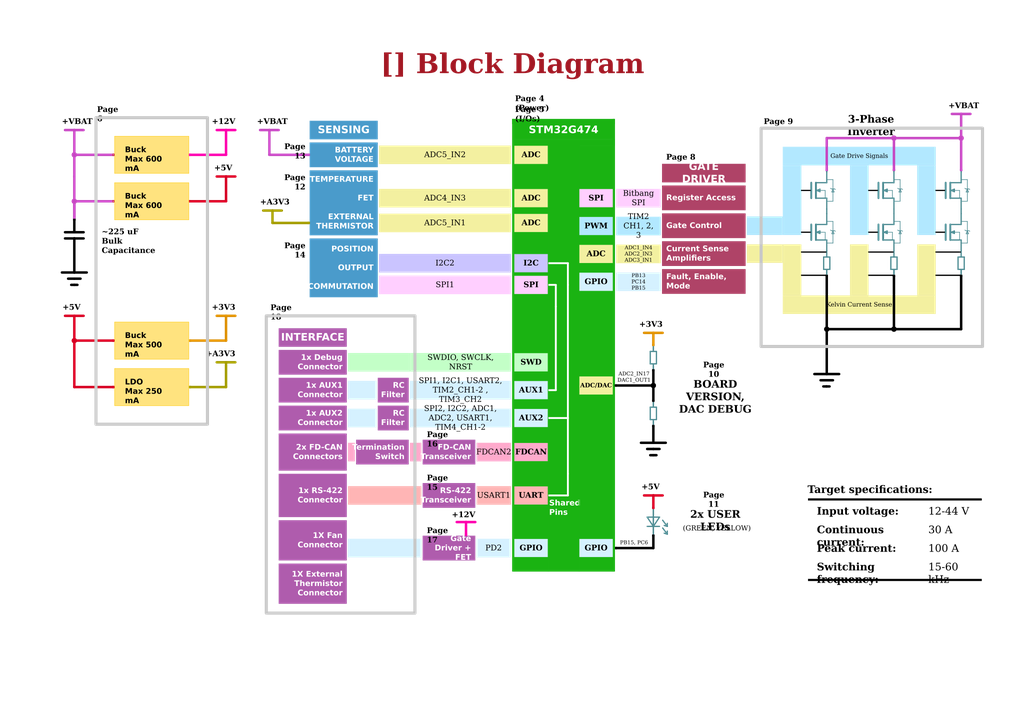
<source format=kicad_sch>
(kicad_sch (version 20231120) (generator "eeschema") (generator_version "8.0")
  (paper "A3")
  (title_block (title "Block Diagram") (date "2024-04-13") (rev "${REVISION}") (company "${COMPANY}"))
  (polyline (pts (xy 363.855 77.597) (xy 362.585 78.105)) (stroke (width 0.508) (color 74 138 145 1)))
  (polyline (pts (xy 191.135 214.122) (xy 191.135 219.202)) (stroke (width 1.016) (color 255 0 171 1)))
  (polyline (pts (xy 365.379 110.49) (xy 367.919 110.49)) (stroke (width 0.508) (color 74 138 145 1)))
  (polyline (pts (xy 389.763 98.425) (xy 389.763 92.075)) (stroke (width 0.762) (color 74 138 145 1)))
  (polyline (pts (xy 338.455 95.25) (xy 338.455 98.425)) (stroke (width 0.254) (color 74 138 145 1)))
  (polyline (pts (xy 392.938 105.41) (xy 392.938 110.49)) (stroke (width 0.508) (color 74 138 145 1)))
  (polyline (pts (xy 267.97 224.79) (xy 267.97 219.71)) (stroke (width 1.016) (color 0 0 0 1)))
  (polyline (pts (xy 334.01 153.416) (xy 339.09 153.416)) (stroke (width 1.016) (color 0 0 0 1)))
  (polyline (pts (xy 273.685 219.075) (xy 273.685 217.805)) (stroke (width 0.508) (color 74 138 145 1)))
  (polyline (pts (xy 394.208 90.805) (xy 396.748 90.805)) (stroke (width 0.254) (color 74 138 145 1)))
  (polyline (pts (xy 266.7 149.225) (xy 269.24 149.225)) (stroke (width 0.508) (color 74 138 145 1)))
  (polyline (pts (xy 363.855 77.597) (xy 363.855 78.613)) (stroke (width 0.508) (color 74 138 145 1)))
  (polyline (pts (xy 395.478 105.41) (xy 395.478 110.49)) (stroke (width 0.508) (color 74 138 145 1)))
  (polyline (pts (xy 92.71 72.39) (xy 88.9 72.39)) (stroke (width 1.016) (color 212 0 32 1)))
  (polyline (pts (xy 267.97 164.338) (xy 267.97 158.115)) (stroke (width 1.016) (color 0 0 0 1)))
  (polyline (pts (xy 110.49 53.34) (xy 114.3 53.34)) (stroke (width 1.016) (color 198 71 194 1)))
  (polyline (pts (xy 340.995 94.615) (xy 342.265 94.615)) (stroke (width 0.254) (color 74 138 145 1)))
  (polyline (pts (xy 77.978 63.5) (xy 92.71 63.5)) (stroke (width 1.016) (color 255 0 171 1)))
  (polyline (pts (xy 340.614 77.216) (xy 340.995 77.47)) (stroke (width 0.254) (color 74 138 145 1)))
  (polyline (pts (xy 30.48 139.7) (xy 46.482 139.7)) (stroke (width 1.016) (color 212 0 32 1)))
  (polyline (pts (xy 366.649 98.425) (xy 362.204 98.425)) (stroke (width 0.508) (color 74 138 145 1)))
  (polyline (pts (xy 126.492 91.44) (xy 111.76 91.44)) (stroke (width 1.016) (color 162 155 0 1)))
  (polyline (pts (xy 30.48 111.76) (xy 35.56 111.76)) (stroke (width 1.016) (color 0 0 0 1)))
  (polyline (pts (xy 271.78 216.535) (xy 273.685 219.075)) (stroke (width 0.508) (color 74 138 145 1)))
  (polyline (pts (xy 336.296 94.742) (xy 335.026 95.25)) (stroke (width 0.508) (color 74 138 145 1)))
  (polyline (pts (xy 394.208 113.284) (xy 394.208 135.001)) (stroke (width 1.016) (color 0 0 0 1)))
  (polyline (pts (xy 126.492 63.5) (xy 110.49 63.5)) (stroke (width 1.016) (color 198 71 194 1)))
  (polyline (pts (xy 30.48 158.75) (xy 46.482 158.75)) (stroke (width 1.016) (color 212 0 32 1)))
  (polyline (pts (xy 339.09 155.956) (xy 336.55 155.956)) (stroke (width 1.016) (color 0 0 0 1)))
  (polyline (pts (xy 266.7 172.085) (xy 269.24 172.085)) (stroke (width 0.508) (color 74 138 145 1)))
  (polyline (pts (xy 397.256 78.74) (xy 396.748 77.47)) (stroke (width 0.254) (color 74 138 145 1)))
  (polyline (pts (xy 366.649 102.87) (xy 366.649 105.41)) (stroke (width 0.508) (color 74 138 145 1)))
  (polyline (pts (xy 341.63 155.956) (xy 339.09 155.956)) (stroke (width 1.016) (color 0 0 0 1)))
  (polyline (pts (xy 92.71 53.34) (xy 88.9 53.34)) (stroke (width 1.016) (color 255 0 171 1)))
  (polyline (pts (xy 396.113 77.47) (xy 397.383 77.47)) (stroke (width 0.254) (color 74 138 145 1)))
  (polyline (pts (xy 266.7 144.145) (xy 269.24 144.145)) (stroke (width 0.508) (color 74 138 145 1)))
  (polyline (pts (xy 30.48 97.79) (xy 26.67 97.79)) (stroke (width 1.016) (color 0 0 0 1)))
  (polyline (pts (xy 336.296 77.597) (xy 336.296 78.613)) (stroke (width 0.508) (color 74 138 145 1)))
  (polyline (pts (xy 366.014 95.25) (xy 366.014 98.425)) (stroke (width 0.254) (color 74 138 145 1)))
  (polyline (pts (xy 30.48 53.34) (xy 30.48 63.5)) (stroke (width 1.016) (color 198 71 194 1)))
  (polyline (pts (xy 106.68 53.34) (xy 110.49 53.34)) (stroke (width 1.016) (color 198 71 194 1)))
  (polyline (pts (xy 334.645 98.425) (xy 334.645 92.075)) (stroke (width 0.762) (color 74 138 145 1)))
  (polyline (pts (xy 267.97 184.15) (xy 265.43 184.15)) (stroke (width 1.016) (color 0 0 0 1)))
  (polyline (pts (xy 390.144 95.25) (xy 391.414 95.758)) (stroke (width 0.508) (color 74 138 145 1)))
  (polyline (pts (xy 366.649 87.63) (xy 366.649 92.075)) (stroke (width 0.508) (color 74 138 145 1)))
  (polyline (pts (xy 341.63 90.805) (xy 341.63 99.695)) (stroke (width 0.254) (color 74 138 145 1)))
  (polyline (pts (xy 252.73 224.79) (xy 267.97 224.79)) (stroke (width 1.016) (color 0 0 0 1)))
  (polyline (pts (xy 369.697 78.74) (xy 369.189 77.47)) (stroke (width 0.254) (color 74 138 145 1)))
  (polyline (pts (xy 396.748 73.66) (xy 396.748 82.55)) (stroke (width 0.254) (color 74 138 145 1)))
  (polyline (pts (xy 338.455 78.105) (xy 334.645 78.105)) (stroke (width 0.254) (color 74 138 145 1)))
  (polyline (pts (xy 92.71 148.59) (xy 92.71 158.75)) (stroke (width 1.016) (color 162 155 0 1)))
  (polyline (pts (xy 269.24 144.145) (xy 269.24 149.225)) (stroke (width 0.508) (color 74 138 145 1)))
  (polyline (pts (xy 366.649 56.642) (xy 394.208 56.642)) (stroke (width 1.016) (color 198 71 194 1)))
  (polyline (pts (xy 395.732 94.361) (xy 396.113 94.615)) (stroke (width 0.254) (color 74 138 145 1)))
  (polyline (pts (xy 340.233 158.496) (xy 338.963 158.496)) (stroke (width 1.016) (color 0 0 0 1)))
  (polyline (pts (xy 96.52 148.59) (xy 92.71 148.59)) (stroke (width 1.016) (color 162 155 0 1)))
  (polyline (pts (xy 266.7 167.005) (xy 266.7 172.085)) (stroke (width 0.508) (color 74 138 145 1)))
  (polyline (pts (xy 393.573 78.105) (xy 389.763 78.105)) (stroke (width 0.254) (color 74 138 145 1)))
  (polyline (pts (xy 339.09 73.66) (xy 341.63 73.66)) (stroke (width 0.254) (color 74 138 145 1)))
  (polyline (pts (xy 342.138 95.885) (xy 341.122 95.885)) (stroke (width 0.254) (color 74 138 145 1)))
  (polyline (pts (xy 270.51 184.15) (xy 267.97 184.15)) (stroke (width 1.016) (color 0 0 0 1)))
  (polyline (pts (xy 368.554 94.615) (xy 369.824 94.615)) (stroke (width 0.254) (color 74 138 145 1)))
  (polyline (pts (xy 365.379 105.41) (xy 367.919 105.41)) (stroke (width 0.508) (color 74 138 145 1)))
  (polyline (pts (xy 339.09 81.28) (xy 339.09 85.725)) (stroke (width 0.508) (color 74 138 145 1)))
  (polyline (pts (xy 92.71 72.39) (xy 92.71 82.55)) (stroke (width 1.016) (color 212 0 32 1)))
  (polyline (pts (xy 262.89 181.61) (xy 267.97 181.61)) (stroke (width 1.016) (color 0 0 0 1)))
  (polyline (pts (xy 267.97 136.525) (xy 264.16 136.525)) (stroke (width 1.016) (color 220 142 0 1)))
  (polyline (pts (xy 363.855 94.742) (xy 362.585 95.25)) (stroke (width 0.508) (color 74 138 145 1)))
  (polyline (pts (xy 369.189 94.615) (xy 368.681 95.885)) (stroke (width 0.254) (color 74 138 145 1)))
  (polyline (pts (xy 111.76 86.36) (xy 115.57 86.36)) (stroke (width 1.016) (color 162 155 0 1)))
  (polyline (pts (xy 266.7 167.005) (xy 269.24 167.005)) (stroke (width 0.508) (color 74 138 145 1)))
  (polyline (pts (xy 368.173 94.361) (xy 368.554 94.615)) (stroke (width 0.254) (color 74 138 145 1)))
  (polyline (pts (xy 394.208 102.87) (xy 394.208 105.41)) (stroke (width 0.508) (color 74 138 145 1)))
  (polyline (pts (xy 397.256 95.885) (xy 396.24 95.885)) (stroke (width 0.254) (color 74 138 145 1)))
  (polyline (pts (xy 365.379 105.41) (xy 365.379 110.49)) (stroke (width 0.508) (color 74 138 145 1)))
  (polyline (pts (xy 396.113 94.615) (xy 397.383 94.615)) (stroke (width 0.254) (color 74 138 145 1)))
  (polyline (pts (xy 366.649 113.284) (xy 366.649 134.874)) (stroke (width 1.016) (color 0 0 0 1)))
  (polyline (pts (xy 31.75 116.84) (xy 30.48 116.84)) (stroke (width 1.016) (color 0 0 0 1)))
  (polyline (pts (xy 393.573 95.25) (xy 389.763 95.25)) (stroke (width 0.254) (color 74 138 145 1)))
  (polyline (pts (xy 336.296 77.597) (xy 335.026 78.105)) (stroke (width 0.508) (color 74 138 145 1)))
  (polyline (pts (xy 366.649 81.28) (xy 366.649 85.725)) (stroke (width 0.508) (color 74 138 145 1)))
  (polyline (pts (xy 265.43 215.9) (xy 270.51 215.9)) (stroke (width 0.508) (color 74 138 145 1)))
  (polyline (pts (xy 366.649 81.28) (xy 362.204 81.28)) (stroke (width 0.508) (color 74 138 145 1)))
  (polyline (pts (xy 370.205 77.724) (xy 369.824 77.47)) (stroke (width 0.254) (color 74 138 145 1)))
  (polyline (pts (xy 267.97 203.2) (xy 264.16 203.2)) (stroke (width 1.016) (color 212 0 32 1)))
  (polyline (pts (xy 366.649 82.55) (xy 369.189 82.55)) (stroke (width 0.254) (color 74 138 145 1)))
  (polyline (pts (xy 396.748 90.805) (xy 396.748 99.695)) (stroke (width 0.254) (color 74 138 145 1)))
  (polyline (pts (xy 339.09 102.87) (xy 339.09 105.41)) (stroke (width 0.508) (color 74 138 145 1)))
  (polyline (pts (xy 267.97 180.975) (xy 267.97 174.752)) (stroke (width 1.016) (color 0 0 0 1)))
  (polyline (pts (xy 273.685 219.075) (xy 272.415 218.694)) (stroke (width 0.508) (color 74 138 145 1)))
  (polyline (pts (xy 396.748 77.47) (xy 396.24 78.74)) (stroke (width 0.254) (color 74 138 145 1)))
  (polyline (pts (xy 30.48 72.39) (xy 30.48 82.55)) (stroke (width 1.016) (color 198 71 194 1)))
  (polyline (pts (xy 342.138 95.885) (xy 341.63 94.615)) (stroke (width 0.254) (color 74 138 145 1)))
  (polyline (pts (xy 96.52 53.34) (xy 92.71 53.34)) (stroke (width 1.016) (color 255 0 171 1)))
  (polyline (pts (xy 392.938 110.49) (xy 395.478 110.49)) (stroke (width 0.508) (color 74 138 145 1)))
  (polyline (pts (xy 25.4 111.76) (xy 30.48 111.76)) (stroke (width 1.016) (color 0 0 0 1)))
  (polyline (pts (xy 34.29 129.54) (xy 30.48 129.54)) (stroke (width 1.016) (color 212 0 32 1)))
  (polyline (pts (xy 271.78 136.525) (xy 267.97 136.525)) (stroke (width 1.016) (color 220 142 0 1)))
  (polyline (pts (xy 30.48 63.5) (xy 30.48 72.39)) (stroke (width 1.016) (color 198 71 194 1)))
  (polyline (pts (xy 334.645 81.28) (xy 334.645 74.93)) (stroke (width 0.762) (color 74 138 145 1)))
  (polyline (pts (xy 92.71 129.54) (xy 88.9 129.54)) (stroke (width 1.016) (color 220 142 0 1)))
  (polyline (pts (xy 194.945 214.122) (xy 191.135 214.122)) (stroke (width 1.016) (color 255 0 171 1)))
  (polyline (pts (xy 46.482 82.55) (xy 30.48 82.55)) (stroke (width 1.016) (color 198 71 194 1)))
  (polyline (pts (xy 389.763 81.28) (xy 389.763 74.93)) (stroke (width 0.762) (color 74 138 145 1)))
  (polyline (pts (xy 366.014 78.105) (xy 366.014 81.28)) (stroke (width 0.254) (color 74 138 145 1)))
  (polyline (pts (xy 366.649 90.805) (xy 369.189 90.805)) (stroke (width 0.254) (color 74 138 145 1)))
  (polyline (pts (xy 397.764 94.869) (xy 397.383 94.615)) (stroke (width 0.254) (color 74 138 145 1)))
  (polyline (pts (xy 394.208 98.425) (xy 389.763 98.425)) (stroke (width 0.508) (color 74 138 145 1)))
  (polyline (pts (xy 267.97 141.478) (xy 267.97 136.525)) (stroke (width 1.016) (color 220 142 0 1)))
  (polyline (pts (xy 394.208 82.55) (xy 396.748 82.55)) (stroke (width 0.254) (color 74 138 145 1)))
  (polyline (pts (xy 395.732 77.216) (xy 396.113 77.47)) (stroke (width 0.254) (color 74 138 145 1)))
  (polyline (pts (xy 394.208 98.425) (xy 394.208 102.87)) (stroke (width 0.508) (color 74 138 145 1)))
  (polyline (pts (xy 340.36 105.41) (xy 340.36 110.49)) (stroke (width 0.508) (color 74 138 145 1)))
  (polyline (pts (xy 339.09 98.425) (xy 339.09 102.87)) (stroke (width 0.508) (color 74 138 145 1)))
  (polyline (pts (xy 391.414 94.742) (xy 391.414 95.758)) (stroke (width 0.508) (color 74 138 145 1)))
  (polyline (pts (xy 232.918 194.31) (xy 232.918 203.2)) (stroke (width 0.762) (color 255 255 255 1)))
  (polyline (pts (xy 394.208 99.695) (xy 396.748 99.695)) (stroke (width 0.254) (color 74 138 145 1)))
  (polyline (pts (xy 332.74 81.28) (xy 332.74 74.93)) (stroke (width 0.762) (color 74 138 145 1)))
  (polyline (pts (xy 368.173 77.216) (xy 368.554 77.47)) (stroke (width 0.254) (color 74 138 145 1)))
  (polyline (pts (xy 232.918 171.45) (xy 232.918 116.84)) (stroke (width 0.762) (color 255 255 255 1)))
  (polyline (pts (xy 341.63 77.47) (xy 341.122 78.74)) (stroke (width 0.254) (color 74 138 145 1)))
  (polyline (pts (xy 269.24 186.69) (xy 267.97 186.69)) (stroke (width 1.016) (color 0 0 0 1)))
  (polyline (pts (xy 337.82 110.49) (xy 340.36 110.49)) (stroke (width 0.508) (color 74 138 145 1)))
  (polyline (pts (xy 338.455 95.25) (xy 334.645 95.25)) (stroke (width 0.254) (color 74 138 145 1)))
  (polyline (pts (xy 397.256 78.74) (xy 396.24 78.74)) (stroke (width 0.254) (color 74 138 145 1)))
  (polyline (pts (xy 342.646 94.869) (xy 342.265 94.615)) (stroke (width 0.254) (color 74 138 145 1)))
  (polyline (pts (xy 92.71 148.59) (xy 88.9 148.59)) (stroke (width 1.016) (color 162 155 0 1)))
  (polyline (pts (xy 339.09 85.725) (xy 339.09 87.63)) (stroke (width 0.508) (color 74 138 145 1)))
  (polyline (pts (xy 342.646 77.724) (xy 342.265 77.47)) (stroke (width 0.254) (color 74 138 145 1)))
  (polyline (pts (xy 362.585 78.105) (xy 363.855 78.613)) (stroke (width 0.508) (color 74 138 145 1)))
  (polyline (pts (xy 387.858 98.425) (xy 387.858 92.075)) (stroke (width 0.762) (color 74 138 145 1)))
  (polyline (pts (xy 46.482 63.5) (xy 30.48 63.5)) (stroke (width 1.016) (color 198 71 194 1)))
  (polyline (pts (xy 342.138 78.74) (xy 341.122 78.74)) (stroke (width 0.254) (color 74 138 145 1)))
  (polyline (pts (xy 339.09 153.416) (xy 344.17 153.416)) (stroke (width 1.016) (color 0 0 0 1)))
  (polyline (pts (xy 96.52 129.54) (xy 92.71 129.54)) (stroke (width 1.016) (color 220 142 0 1)))
  (polyline (pts (xy 394.208 92.075) (xy 389.763 92.075)) (stroke (width 0.508) (color 74 138 145 1)))
  (polyline (pts (xy 396.748 94.615) (xy 396.24 95.885)) (stroke (width 0.254) (color 74 138 145 1)))
  (polyline (pts (xy 394.208 85.725) (xy 394.208 87.63)) (stroke (width 0.508) (color 74 138 145 1)))
  (polyline (pts (xy 391.414 94.742) (xy 390.144 95.25)) (stroke (width 0.508) (color 74 138 145 1)))
  (polyline (pts (xy 397.764 77.724) (xy 397.383 77.47)) (stroke (width 0.254) (color 74 138 145 1)))
  (polyline (pts (xy 92.71 129.54) (xy 92.71 139.7)) (stroke (width 1.016) (color 220 142 0 1)))
  (polyline (pts (xy 232.918 194.31) (xy 232.918 171.45)) (stroke (width 0.762) (color 255 255 255 1)))
  (polyline (pts (xy 26.67 53.34) (xy 30.48 53.34)) (stroke (width 1.016) (color 198 71 194 1)))
  (polyline (pts (xy 394.208 57.023) (xy 394.208 69.723)) (stroke (width 1.016) (color 198 71 194 1)))
  (polyline (pts (xy 339.09 56.642) (xy 339.09 69.723)) (stroke (width 1.016) (color 198 71 194 1)))
  (polyline (pts (xy 252.73 158.115) (xy 267.97 158.115)) (stroke (width 1.016) (color 0 0 0 1)))
  (polyline (pts (xy 369.697 95.885) (xy 369.189 94.615)) (stroke (width 0.254) (color 74 138 145 1)))
  (polyline (pts (xy 225.044 160.02) (xy 227.965 160.02)) (stroke (width 0.762) (color 255 255 255 1)))
  (polyline (pts (xy 225.044 107.95) (xy 232.918 107.95)) (stroke (width 0.762) (color 255 255 255 1)))
  (polyline (pts (xy 340.614 94.361) (xy 340.995 94.615)) (stroke (width 0.254) (color 74 138 145 1)))
  (polyline (pts (xy 267.97 215.9) (xy 270.51 212.09)) (stroke (width 0.508) (color 74 138 145 1)))
  (polyline (pts (xy 339.09 99.695) (xy 341.63 99.695)) (stroke (width 0.254) (color 74 138 145 1)))
  (polyline (pts (xy 339.09 113.284) (xy 339.09 135.001)) (stroke (width 1.016) (color 0 0 0 1)))
  (polyline (pts (xy 394.208 46.736) (xy 398.018 46.736)) (stroke (width 1.016) (color 198 71 194 1)))
  (polyline (pts (xy 225.044 116.84) (xy 227.965 116.84)) (stroke (width 0.762) (color 255 255 255 1)))
  (polyline (pts (xy 339.09 74.93) (xy 334.645 74.93)) (stroke (width 0.508) (color 74 138 145 1)))
  (polyline (pts (xy 30.48 53.34) (xy 34.29 53.34)) (stroke (width 1.016) (color 198 71 194 1)))
  (polyline (pts (xy 30.48 97.79) (xy 30.48 111.76)) (stroke (width 1.016) (color 0 0 0 1)))
  (polyline (pts (xy 338.455 78.105) (xy 338.455 81.28)) (stroke (width 0.254) (color 74 138 145 1)))
  (polyline (pts (xy 30.48 95.25) (xy 26.67 95.25)) (stroke (width 1.016) (color 0 0 0 1)))
  (polyline (pts (xy 332.74 98.425) (xy 332.74 92.075)) (stroke (width 0.762) (color 74 138 145 1)))
  (polyline (pts (xy 30.48 139.7) (xy 30.48 158.75)) (stroke (width 1.016) (color 212 0 32 1)))
  (polyline (pts (xy 338.963 158.496) (xy 337.693 158.496)) (stroke (width 1.016) (color 0 0 0 1)))
  (polyline (pts (xy 368.554 77.47) (xy 369.824 77.47)) (stroke (width 0.254) (color 74 138 145 1)))
  (polyline (pts (xy 363.855 94.742) (xy 363.855 95.758)) (stroke (width 0.508) (color 74 138 145 1)))
  (polyline (pts (xy 394.208 73.66) (xy 396.748 73.66)) (stroke (width 0.254) (color 74 138 145 1)))
  (polyline (pts (xy 362.585 95.25) (xy 363.855 95.758)) (stroke (width 0.508) (color 74 138 145 1)))
  (polyline (pts (xy 265.43 212.09) (xy 270.51 212.09)) (stroke (width 0.508) (color 74 138 145 1)))
  (polyline (pts (xy 110.49 53.34) (xy 110.49 63.5)) (stroke (width 1.016) (color 198 71 194 1)))
  (polyline (pts (xy 391.414 77.597) (xy 391.414 78.613)) (stroke (width 0.508) (color 74 138 145 1)))
  (polyline (pts (xy 30.48 116.84) (xy 29.21 116.84)) (stroke (width 1.016) (color 0 0 0 1)))
  (polyline (pts (xy 394.208 81.28) (xy 389.763 81.28)) (stroke (width 0.508) (color 74 138 145 1)))
  (polyline (pts (xy 34.29 95.25) (xy 30.48 95.25)) (stroke (width 1.016) (color 0 0 0 1)))
  (polyline (pts (xy 92.71 53.34) (xy 92.71 63.5)) (stroke (width 1.016) (color 255 0 171 1)))
  (polyline (pts (xy 387.858 81.28) (xy 387.858 74.93)) (stroke (width 0.762) (color 74 138 145 1)))
  (polyline (pts (xy 339.09 70.485) (xy 339.09 74.93)) (stroke (width 0.508) (color 74 138 145 1)))
  (polyline (pts (xy 342.138 78.74) (xy 341.63 77.47)) (stroke (width 0.254) (color 74 138 145 1)))
  (polyline (pts (xy 34.29 97.79) (xy 30.48 97.79)) (stroke (width 1.016) (color 0 0 0 1)))
  (polyline (pts (xy 96.52 72.39) (xy 92.71 72.39)) (stroke (width 1.016) (color 212 0 32 1)))
  (polyline (pts (xy 339.09 135.001) (xy 394.208 135.001)) (stroke (width 1.016) (color 0 0 0 1)))
  (polyline (pts (xy 366.649 56.642) (xy 366.649 69.723)) (stroke (width 1.016) (color 198 71 194 1)))
  (polyline (pts (xy 30.48 129.54) (xy 30.48 139.7)) (stroke (width 1.016) (color 212 0 32 1)))
  (polyline (pts (xy 394.208 70.485) (xy 394.208 74.93)) (stroke (width 0.508) (color 74 138 145 1)))
  (polyline (pts (xy 366.649 92.075) (xy 362.204 92.075)) (stroke (width 0.508) (color 74 138 145 1)))
  (polyline (pts (xy 191.135 214.122) (xy 187.325 214.122)) (stroke (width 1.016) (color 255 0 171 1)))
  (polyline (pts (xy 391.414 77.597) (xy 390.144 78.105)) (stroke (width 0.508) (color 74 138 145 1)))
  (polyline (pts (xy 367.919 105.41) (xy 367.919 110.49)) (stroke (width 0.508) (color 74 138 145 1)))
  (polyline (pts (xy 366.014 95.25) (xy 362.204 95.25)) (stroke (width 0.254) (color 74 138 145 1)))
  (polyline (pts (xy 273.685 215.9) (xy 272.415 215.519)) (stroke (width 0.508) (color 74 138 145 1)))
  (polyline (pts (xy 339.09 56.642) (xy 366.649 56.642)) (stroke (width 1.016) (color 198 71 194 1)))
  (polyline (pts (xy 370.205 94.869) (xy 369.824 94.615)) (stroke (width 0.254) (color 74 138 145 1)))
  (polyline (pts (xy 77.978 158.75) (xy 92.71 158.75)) (stroke (width 1.016) (color 162 155 0 1)))
  (polyline (pts (xy 227.965 160.02) (xy 227.965 125.73)) (stroke (width 0.762) (color 255 255 255 1)))
  (polyline (pts (xy 339.09 82.55) (xy 341.63 82.55)) (stroke (width 0.254) (color 74 138 145 1)))
  (polyline (pts (xy 362.204 98.425) (xy 362.204 92.075)) (stroke (width 0.762) (color 74 138 145 1)))
  (polyline (pts (xy 273.685 215.9) (xy 273.685 214.63)) (stroke (width 0.508) (color 74 138 145 1)))
  (polyline (pts (xy 78.105 139.7) (xy 92.71 139.7)) (stroke (width 1.016) (color 220 142 0 1)))
  (polyline (pts (xy 369.189 73.66) (xy 369.189 82.55)) (stroke (width 0.254) (color 74 138 145 1)))
  (polyline (pts (xy 266.7 144.145) (xy 266.7 149.225)) (stroke (width 0.508) (color 74 138 145 1)))
  (polyline (pts (xy 267.97 181.61) (xy 273.05 181.61)) (stroke (width 1.016) (color 0 0 0 1)))
  (polyline (pts (xy 360.299 81.28) (xy 360.299 74.93)) (stroke (width 0.762) (color 74 138 145 1)))
  (polyline (pts (xy 362.204 81.28) (xy 362.204 74.93)) (stroke (width 0.762) (color 74 138 145 1)))
  (polyline (pts (xy 366.649 73.66) (xy 369.189 73.66)) (stroke (width 0.254) (color 74 138 145 1)))
  (polyline (pts (xy 360.299 98.425) (xy 360.299 92.075)) (stroke (width 0.762) (color 74 138 145 1)))
  (polyline (pts (xy 30.48 129.54) (xy 26.67 129.54)) (stroke (width 1.016) (color 212 0 32 1)))
  (polyline (pts (xy 267.97 203.2) (xy 267.97 208.28)) (stroke (width 1.016) (color 212 0 32 1)))
  (polyline (pts (xy 339.09 81.28) (xy 334.645 81.28)) (stroke (width 0.508) (color 74 138 145 1)))
  (polyline (pts (xy 30.48 90.17) (xy 30.48 95.25)) (stroke (width 1.016) (color 0 0 0 1)))
  (polyline (pts (xy 339.09 90.805) (xy 341.63 90.805)) (stroke (width 0.254) (color 74 138 145 1)))
  (polyline (pts (xy 390.144 78.105) (xy 391.414 78.613)) (stroke (width 0.508) (color 74 138 145 1)))
  (polyline (pts (xy 111.76 86.36) (xy 111.76 91.44)) (stroke (width 1.016) (color 162 155 0 1)))
  (polyline (pts (xy 267.97 186.69) (xy 266.7 186.69)) (stroke (width 1.016) (color 0 0 0 1)))
  (polyline (pts (xy 271.78 213.36) (xy 273.685 215.9)) (stroke (width 0.508) (color 74 138 145 1)))
  (polyline (pts (xy 369.697 95.885) (xy 368.681 95.885)) (stroke (width 0.254) (color 74 138 145 1)))
  (polyline (pts (xy 366.649 98.425) (xy 366.649 102.87)) (stroke (width 0.508) (color 74 138 145 1)))
  (polyline (pts (xy 227.965 116.84) (xy 227.965 125.73)) (stroke (width 0.762) (color 255 255 255 1)))
  (polyline (pts (xy 225.044 171.45) (xy 232.918 171.45)) (stroke (width 0.762) (color 255 255 255 1)))
  (polyline (pts (xy 369.189 90.805) (xy 369.189 99.695)) (stroke (width 0.254) (color 74 138 145 1)))
  (polyline (pts (xy 335.026 95.25) (xy 336.296 95.758)) (stroke (width 0.508) (color 74 138 145 1)))
  (polyline (pts (xy 393.573 78.105) (xy 393.573 81.28)) (stroke (width 0.254) (color 74 138 145 1)))
  (polyline (pts (xy 339.09 152.781) (xy 339.09 133.985)) (stroke (width 1.016) (color 0 0 0 1)))
  (polyline (pts (xy 267.97 158.115) (xy 267.97 151.892)) (stroke (width 1.016) (color 0 0 0 1)))
  (polyline (pts (xy 366.014 78.105) (xy 362.204 78.105)) (stroke (width 0.254) (color 74 138 145 1)))
  (polyline (pts (xy 394.208 46.736) (xy 394.208 56.896)) (stroke (width 1.016) (color 198 71 194 1)))
  (polyline (pts (xy 366.649 74.93) (xy 362.204 74.93)) (stroke (width 0.508) (color 74 138 145 1)))
  (polyline (pts (xy 335.026 78.105) (xy 336.296 78.613)) (stroke (width 0.508) (color 74 138 145 1)))
  (polyline (pts (xy 366.649 99.695) (xy 369.189 99.695)) (stroke (width 0.254) (color 74 138 145 1)))
  (polyline (pts (xy 33.02 114.3) (xy 30.48 114.3)) (stroke (width 1.016) (color 0 0 0 1)))
  (polyline (pts (xy 397.256 95.885) (xy 396.748 94.615)) (stroke (width 0.254) (color 74 138 145 1)))
  (polyline (pts (xy 77.978 82.55) (xy 92.71 82.55)) (stroke (width 1.016) (color 212 0 32 1)))
  (polyline (pts (xy 336.296 94.742) (xy 336.296 95.758)) (stroke (width 0.508) (color 74 138 145 1)))
  (polyline (pts (xy 337.82 105.41) (xy 337.82 110.49)) (stroke (width 0.508) (color 74 138 145 1)))
  (polyline (pts (xy 339.09 98.425) (xy 334.645 98.425)) (stroke (width 0.508) (color 74 138 145 1)))
  (polyline (pts (xy 225.044 203.2) (xy 232.918 203.2)) (stroke (width 0.762) (color 255 255 255 1)))
  (polyline (pts (xy 30.48 114.3) (xy 27.94 114.3)) (stroke (width 1.016) (color 0 0 0 1)))
  (polyline (pts (xy 339.09 87.63) (xy 339.09 92.075)) (stroke (width 0.508) (color 74 138 145 1)))
  (polyline (pts (xy 340.995 77.47) (xy 342.265 77.47)) (stroke (width 0.254) (color 74 138 145 1)))
  (polyline (pts (xy 369.189 77.47) (xy 368.681 78.74)) (stroke (width 0.254) (color 74 138 145 1)))
  (polyline (pts (xy 232.918 107.95) (xy 232.918 116.84)) (stroke (width 0.762) (color 255 255 255 1)))
  (polyline (pts (xy 269.24 167.005) (xy 269.24 172.085)) (stroke (width 0.508) (color 74 138 145 1)))
  (polyline (pts (xy 366.649 70.485) (xy 366.649 74.93)) (stroke (width 0.508) (color 74 138 145 1)))
  (polyline (pts (xy 390.398 46.736) (xy 394.208 46.736)) (stroke (width 1.016) (color 198 71 194 1)))
  (polyline (pts (xy 394.208 87.63) (xy 394.208 92.075)) (stroke (width 0.508) (color 74 138 145 1)))
  (polyline (pts (xy 366.649 85.725) (xy 366.649 87.63)) (stroke (width 0.508) (color 74 138 145 1)))
  (polyline (pts (xy 341.63 73.66) (xy 341.63 82.55)) (stroke (width 0.254) (color 74 138 145 1)))
  (polyline (pts (xy 394.208 81.28) (xy 394.208 85.725)) (stroke (width 0.508) (color 74 138 145 1)))
  (polyline (pts (xy 339.09 92.075) (xy 334.645 92.075)) (stroke (width 0.508) (color 74 138 145 1)))
  (polyline (pts (xy 392.938 105.41) (xy 395.478 105.41)) (stroke (width 0.508) (color 74 138 145 1)))
  (polyline (pts (xy 337.82 105.41) (xy 340.36 105.41)) (stroke (width 0.508) (color 74 138 145 1)))
  (polyline (pts (xy 107.95 86.36) (xy 111.76 86.36)) (stroke (width 1.016) (color 162 155 0 1)))
  (polyline (pts (xy 369.697 78.74) (xy 368.681 78.74)) (stroke (width 0.254) (color 74 138 145 1)))
  (polyline (pts (xy 267.97 215.9) (xy 265.43 212.09)) (stroke (width 0.508) (color 74 138 145 1)))
  (polyline (pts (xy 271.78 203.2) (xy 267.97 203.2)) (stroke (width 1.016) (color 212 0 32 1)))
  (polyline (pts (xy 394.208 74.93) (xy 389.763 74.93)) (stroke (width 0.508) (color 74 138 145 1)))
  (polyline (pts (xy 341.63 94.615) (xy 341.122 95.885)) (stroke (width 0.254) (color 74 138 145 1)))
  (polyline (pts (xy 393.573 95.25) (xy 393.573 98.425)) (stroke (width 0.254) (color 74 138 145 1)))
  (circle (center 366.649 135.001) (radius 1.016) (stroke (width 0) (color 0 0 0 1)) (fill (type color) (color 0 0 0 1)))
  (circle (center 366.649 56.642) (radius 1.016) (stroke (width 0) (color 198 71 194 1)) (fill (type color) (color 198 71 194 1)))
  (circle (center 30.48 139.7) (radius 1.016) (stroke (width 0) (color 212 0 32 1)) (fill (type color) (color 212 0 32 1)))
  (circle (center 30.48 82.55) (radius 1.016) (stroke (width 0) (color 198 71 194 1)) (fill (type color) (color 198 71 194 1)))
  (circle (center 267.97 158.115) (radius 1.016) (stroke (width 0) (color 0 0 0 1)) (fill (type color) (color 0 0 0 1)))
  (circle (center 394.208 56.642) (radius 1.016) (stroke (width 0) (color 198 71 194 1)) (fill (type color) (color 198 71 194 1)))
  (circle (center 339.09 135.001) (radius 1.016) (stroke (width 0) (color 0 0 0 1)) (fill (type color) (color 0 0 0 1)))
  (circle (center 30.48 63.5) (radius 1.016) (stroke (width 0) (color 198 71 194 1)) (fill (type color) (color 198 71 194 1)))
  (rectangle (start 77.597 82.169) (end 78.232 82.931) (stroke (width 0.25) (color 212 0 32 1)) (fill (type color) (color 212 0 32 1)))
  (rectangle (start 210.82 120.65) (end 224.79 144.78) (stroke (width 0) (color 26 179 18 1)) (fill (type color) (color 26 179 18 1)))
  (rectangle (start 328.676 112.776) (end 338.836 113.03) (stroke (width 0.25) (color 0 0 0 1)) (fill (type color) (color 0 0 0 1)))
  (rectangle (start 356.235 77.978) (end 359.918 78.232) (stroke (width 0.25) (color 0 0 0 1)) (fill (type color) (color 0 0 0 1)))
  (rectangle (start 393.827 69.469) (end 394.589 70.104) (stroke (width 0.25) (color 198 71 194 1)) (fill (type color) (color 198 71 194 1)))
  (rectangle (start 366.268 69.469) (end 367.03 70.104) (stroke (width 0.25) (color 198 71 194 1)) (fill (type color) (color 198 71 194 1)))
  (rectangle (start 46.228 82.169) (end 46.863 82.931) (stroke (width 0.25) (color 200 50 50 1)) (fill (type color) (color 200 50 50 1)))
  (rectangle (start 328.676 95.123) (end 332.359 95.377) (stroke (width 0.25) (color 0 0 0 1)) (fill (type color) (color 0 0 0 1)))
  (rectangle (start 237.49 96.52) (end 251.46 100.33) (stroke (width 0) (color 26 179 18 1)) (fill (type color) (color 26 179 18 1)))
  (rectangle (start 267.589 208.026) (end 268.351 208.661) (stroke (width 0.25) (color 212 0 32 1)) (fill (type color) (color 212 0 32 1)))
  (rectangle (start 338.709 112.776) (end 339.471 113.411) (stroke (width 0.25) (color 0 0 0 1)) (fill (type color) (color 0 0 0 1)))
  (rectangle (start 267.589 174.371) (end 268.351 175.006) (stroke (width 0.25) (color 0 0 0 1)) (fill (type color) (color 0 0 0 1)))
  (rectangle (start 267.589 141.224) (end 268.351 141.859) (stroke (width 0.25) (color 220 142 0 1)) (fill (type color) (color 220 142 0 1)))
  (rectangle (start 46.99 55.88) (end 77.47 71.12) (stroke (width 0) (color 255 200 0 0.5019607843)) (fill (type color) (color 255 200 0 0.5019607843)))
  (rectangle (start 46.228 139.319) (end 46.863 140.081) (stroke (width 0.25) (color 212 0 32 1)) (fill (type color) (color 212 0 32 1)))
  (rectangle (start 46.228 63.119) (end 46.863 63.881) (stroke (width 0.25) (color 200 50 50 1)) (fill (type color) (color 200 50 50 1)))
  (rectangle (start 46.228 158.369) (end 46.863 159.131) (stroke (width 0.25) (color 212 0 32 1)) (fill (type color) (color 212 0 32 1)))
  (rectangle (start 210.82 95.25) (end 224.79 104.14) (stroke (width 0) (color 26 179 18 1)) (fill (type color) (color 26 179 18 1)))
  (rectangle (start 237.49 119.38) (end 251.46 154.305) (stroke (width 0) (color 26 179 18 1)) (fill (type color) (color 26 179 18 1)))
  (rectangle (start 210.82 111.76) (end 224.79 113.03) (stroke (width 0) (color 26 179 18 1)) (fill (type color) (color 26 179 18 1)))
  (rectangle (start 393.827 112.776) (end 394.589 113.411) (stroke (width 0.25) (color 0 0 0 1)) (fill (type color) (color 0 0 0 1)))
  (rectangle (start 237.49 161.925) (end 251.46 220.98) (stroke (width 0) (color 26 179 18 1)) (fill (type color) (color 26 179 18 1)))
  (rectangle (start 267.716 208.788) (end 268.224 219.202) (stroke (width 0.001) (color 74 138 145 1)) (fill (type color) (color 74 138 145 1)))
  (rectangle (start 267.589 219.329) (end 268.351 219.964) (stroke (width 0.25) (color 0 0 0 1)) (fill (type color) (color 0 0 0 1)))
  (rectangle (start 338.836 110.744) (end 339.344 112.649) (stroke (width 0.001) (color 74 138 145 1)) (fill (type color) (color 74 138 145 1)))
  (rectangle (start 383.794 103.251) (end 393.954 103.505) (stroke (width 0.25) (color 0 0 0 1)) (fill (type color) (color 0 0 0 1)))
  (rectangle (start 210.185 48.895) (end 252.095 50.8) (stroke (width 0.254) (color 26 179 18 1)) (fill (type color) (color 26 179 18 1)))
  (rectangle (start 46.99 151.13) (end 77.47 166.37) (stroke (width 0) (color 255 200 0 0.5019607843)) (fill (type color) (color 255 200 0 0.5019607843)))
  (rectangle (start 393.954 110.744) (end 394.462 112.649) (stroke (width 0.001) (color 74 138 145 1)) (fill (type color) (color 74 138 145 1)))
  (rectangle (start 383.794 95.123) (end 387.477 95.377) (stroke (width 0.25) (color 0 0 0 1)) (fill (type color) (color 0 0 0 1)))
  (rectangle (start 267.716 141.986) (end 268.224 143.891) (stroke (width 0.001) (color 74 138 145 1)) (fill (type color) (color 74 138 145 1)))
  (rectangle (start 126.365 63.119) (end 127 63.881) (stroke (width 0.25) (color 198 71 194 1)) (fill (type color) (color 198 71 194 1)))
  (rectangle (start 356.235 112.776) (end 366.395 113.03) (stroke (width 0.25) (color 0 0 0 1)) (fill (type color) (color 0 0 0 1)))
  (rectangle (start 210.82 152.4) (end 224.79 156.21) (stroke (width 0) (color 26 179 18 1)) (fill (type color) (color 26 179 18 1)))
  (rectangle (start 366.268 112.776) (end 367.03 113.411) (stroke (width 0.25) (color 0 0 0 1)) (fill (type color) (color 0 0 0 1)))
  (rectangle (start 210.82 85.09) (end 224.79 87.63) (stroke (width 0) (color 26 179 18 1)) (fill (type color) (color 26 179 18 1)))
  (rectangle (start 312.166 52.578) (end 402.971 142.113) (stroke (width 1.27) (color 200 200 200 1)))
  (rectangle (start 251.46 48.895) (end 252.095 234.315) (stroke (width 0.254) (color 26 179 18 1)) (fill (type color) (color 26 179 18 1)))
  (rectangle (start 46.99 132.08) (end 77.47 147.32) (stroke (width 0) (color 255 200 0 0.5019607843)) (fill (type color) (color 255 200 0 0.5019607843)))
  (rectangle (start 331.47 237.49) (end 402.59 238.252) (stroke (width 0) (color 0 0 0 1)) (fill (type color) (color 0 0 0 1)))
  (rectangle (start 383.794 77.978) (end 387.477 78.232) (stroke (width 0.25) (color 0 0 0 1)) (fill (type color) (color 0 0 0 1)))
  (rectangle (start 356.235 103.251) (end 366.395 103.505) (stroke (width 0.25) (color 0 0 0 1)) (fill (type color) (color 0 0 0 1)))
  (rectangle (start 210.82 207.01) (end 224.79 220.98) (stroke (width 0) (color 26 179 18 1)) (fill (type color) (color 26 179 18 1)))
  (rectangle (start 46.99 74.93) (end 77.47 90.17) (stroke (width 0) (color 255 200 0 0.5019607843)) (fill (type color) (color 255 200 0 0.5019607843)))
  (rectangle (start 210.82 57.15) (end 252.095 59.69) (stroke (width 0) (color 26 179 18 1)) (fill (type color) (color 26 179 18 1)))
  (rectangle (start 328.676 103.251) (end 338.836 103.505) (stroke (width 0.25) (color 0 0 0 1)) (fill (type color) (color 0 0 0 1)))
  (rectangle (start 394.081 70.231) (end 394.335 70.612) (stroke (width 0.25) (color 74 138 145 1)) (fill (type color) (color 74 138 145 1)))
  (rectangle (start 190.754 219.075) (end 191.516 219.71) (stroke (width 0.25) (color 255 0 171 1)) (fill (type color) (color 255 0 171 1)))
  (rectangle (start 39.37 48.26) (end 85.09 173.99) (stroke (width 1.27) (color 200 200 200 1)))
  (rectangle (start 224.79 59.055) (end 237.49 234.315) (stroke (width 0.254) (color 26 179 18 1)) (fill (type color) (color 26 179 18 1)))
  (rectangle (start 29.972 89.662) (end 30.988 90.424) (stroke (width 0.001) (color 0 0 0 1)) (fill (type color) (color 0 0 0 1)))
  (rectangle (start 383.794 112.776) (end 393.954 113.03) (stroke (width 0.25) (color 0 0 0 1)) (fill (type color) (color 0 0 0 1)))
  (rectangle (start 237.49 107.95) (end 251.46 111.76) (stroke (width 0) (color 26 179 18 1)) (fill (type color) (color 26 179 18 1)))
  (rectangle (start 237.49 85.09) (end 251.46 88.9) (stroke (width 0) (color 26 179 18 1)) (fill (type color) (color 26 179 18 1)))
  (rectangle (start 29.972 82.423) (end 30.988 89.662) (stroke (width 0.001) (color 198 71 194 1)) (fill (type color) (color 198 71 194 1)))
  (rectangle (start 366.395 110.744) (end 366.903 112.649) (stroke (width 0.001) (color 74 138 145 1)) (fill (type color) (color 74 138 145 1)))
  (rectangle (start 267.716 164.846) (end 268.224 166.751) (stroke (width 0.001) (color 74 138 145 1)) (fill (type color) (color 74 138 145 1)))
  (rectangle (start 77.597 158.369) (end 78.232 159.131) (stroke (width 0.25) (color 162 155 0 1)) (fill (type color) (color 162 155 0 1)))
  (rectangle (start 210.82 189.23) (end 224.79 199.39) (stroke (width 0) (color 26 179 18 1)) (fill (type color) (color 26 179 18 1)))
  (rectangle (start 109.22 129.54) (end 170.18 251.46) (stroke (width 1.27) (color 200 200 200 1)))
  (rectangle (start 252.222 224.409) (end 252.857 225.171) (stroke (width 0.25) (color 0 0 0 1)) (fill (type color) (color 0 0 0 1)))
  (rectangle (start 237.49 59.69) (end 251.46 77.47) (stroke (width 0) (color 26 179 18 1)) (fill (type color) (color 26 179 18 1)))
  (rectangle (start 77.597 139.319) (end 78.232 140.081) (stroke (width 0.25) (color 220 142 0 1)) (fill (type color) (color 220 142 0 1)))
  (rectangle (start 267.589 151.511) (end 268.351 152.146) (stroke (width 0.25) (color 0 0 0 1)) (fill (type color) (color 0 0 0 1)))
  (rectangle (start 267.716 149.479) (end 268.224 151.384) (stroke (width 0.001) (color 74 138 145 1)) (fill (type color) (color 74 138 145 1)))
  (rectangle (start 210.82 163.83) (end 224.79 167.64) (stroke (width 0) (color 26 179 18 1)) (fill (type color) (color 26 179 18 1)))
  (rectangle (start 331.47 204.47) (end 402.59 205.232) (stroke (width 0) (color 0 0 0 1)) (fill (type color) (color 0 0 0 1)))
  (rectangle (start 210.185 48.895) (end 210.82 234.315) (stroke (width 0.254) (color 26 179 18 1)) (fill (type color) (color 26 179 18 1)))
  (rectangle (start 356.235 95.123) (end 359.918 95.377) (stroke (width 0.25) (color 0 0 0 1)) (fill (type color) (color 0 0 0 1)))
  (rectangle (start 210.82 228.6) (end 224.79 234.315) (stroke (width 0.254) (color 26 179 18 1)) (fill (type color) (color 26 179 18 1)))
  (rectangle (start 328.676 77.978) (end 332.359 78.232) (stroke (width 0.25) (color 0 0 0 1)) (fill (type color) (color 0 0 0 1)))
  (rectangle (start 267.716 172.339) (end 268.224 174.244) (stroke (width 0.001) (color 74 138 145 1)) (fill (type color) (color 74 138 145 1)))
  (rectangle (start 77.597 63.119) (end 78.232 63.881) (stroke (width 0.25) (color 255 0 171 1)) (fill (type color) (color 255 0 171 1)))
  (rectangle (start 338.963 70.231) (end 339.217 70.612) (stroke (width 0.25) (color 74 138 145 1)) (fill (type color) (color 74 138 145 1)))
  (rectangle (start 252.222 157.734) (end 252.857 158.496) (stroke (width 0.25) (color 0 0 0 1)) (fill (type color) (color 0 0 0 1)))
  (rectangle (start 210.82 175.26) (end 224.79 181.61) (stroke (width 0) (color 26 179 18 1)) (fill (type color) (color 26 179 18 1)))
  (rectangle (start 338.709 69.469) (end 339.471 70.104) (stroke (width 0.25) (color 198 71 194 1)) (fill (type color) (color 198 71 194 1)))
  (rectangle (start 267.589 164.084) (end 268.351 164.719) (stroke (width 0.25) (color 0 0 0 1)) (fill (type color) (color 0 0 0 1)))
  (rectangle (start 366.522 70.231) (end 366.776 70.612) (stroke (width 0.25) (color 74 138 145 1)) (fill (type color) (color 74 138 145 1)))
  (rectangle (start 126.365 91.059) (end 127 91.821) (stroke (width 0.25) (color 162 155 0 1)) (fill (type color) (color 162 155 0 1)))
  (rectangle (start 210.82 67.31) (end 224.79 77.47) (stroke (width 0) (color 26 179 18 1)) (fill (type color) (color 26 179 18 1)))
  (rectangle (start 237.49 228.6) (end 251.46 234.315) (stroke (width 0.254) (color 26 179 18 1)) (fill (type color) (color 26 179 18 1)))
  (text_box "INTERFACE" (at 114.3 134.62 0) (size 27.94 7.62) (stroke (width -0.0001)) (fill (type color) (color 175 92 173 1)) (effects (font (size 3.048 3.048) (bold yes))))
  (text_box "Peak current:" (at 332.74 220.98 0) (size 41.91 7.62) (stroke (width -0.0001)) (effects (font (size 3.048 3.048) (thickness 0.4572) (bold yes)) (justify left top)))
  (text_box "ADC" (at 210.82 77.47 0) (size 13.97 7.62) (stroke (width -0.0001)) (fill (type color) (color 243 240 160 1)) (effects (font (size 2.286 2.286) (bold yes))))
  (text_box "" (at 142.748 156.21 0) (size 11.684 7.62) (stroke (width -0.0001)) (fill (type color) (color 213 241 255 1)) (effects (font (size 2.286 2.286) (bold yes))))
  (text_box "" (at 306.324 100.203 0) (size 14.732 7.62) (stroke (width -0.0001)) (fill (type color) (color 243 240 160 1)) (effects (font (size 2.286 2.286) (bold yes))))
  (text_box "~225 uF Bulk Capacitance" (at 40.005 92.075 0) (size 25.4 10.16) (stroke (width -0.0001)) (effects (font (size 2.286 2.286) (thickness 0.254) (bold yes)) (justify left top)))
  (text_box "AUX1" (at 210.82 156.21 0) (size 13.97 7.62) (stroke (width -0.0001)) (fill (type color) (color 213 241 255 1)) (effects (font (size 2.286 2.286) (bold yes))))
  (text_box "Continuous current:" (at 332.74 213.36 0) (size 43.18 7.62) (stroke (width -0.0001)) (effects (font (size 3.048 3.048) (thickness 0.4572) (bold yes)) (justify left top)))
  (text_box "ADC4_IN3" (at 155.448 77.47 0) (size 54.102 7.62) (stroke (width -0.0001)) (fill (type color) (color 243 240 160 1)) (effects (font (size 2.286 2.286) (italic yes))))
  (text_box "STM32G474" (at 210.82 49.53 0) (size 40.64 7.62) (stroke (width -0.0001)) (fill (type color) (color 26 179 18 1)) (effects (font (size 3.048 3.048) (bold yes))))
  (text_box "" (at 376.174 67.818 90) (size 7.62 28.575) (stroke (width -0.0001)) (fill (type color) (color 178 232 255 1)) (effects (font (size 2.286 2.286) (bold yes))))
  (text_box "SPI1" (at 155.448 113.03 0) (size 54.102 7.62) (stroke (width -0.0001)) (fill (type color) (color 255 207 255 1)) (effects (font (size 2.286 2.286) (italic yes))))
  (text_box "BOARD VERSION, DAC DEBUG" (at 275.59 153.67 0) (size 35.56 17.78) (stroke (width -0.0001)) (effects (font (size 3.048 3.048) (thickness 0.4572) (bold yes)) (justify top)))
  (text_box "Page 15" (at 173.355 193.04 0) (size 17.78 5.08) (stroke (width -0.0001)) (effects (font (size 2.286 2.286) (thickness 0.4572) (bold yes)) (justify left top)))
  (text_box "1x RS-422 Connector" (at 114.3 194.31 0) (size 27.94 17.78) (stroke (width -0.0001)) (fill (type color) (color 175 92 173 1)) (effects (font (size 2.286 2.286) (bold yes)) (justify right)))
  (text_box "Gate Driver + FET" (at 173.355 219.71 0) (size 21.59 10.16) (stroke (width -0.0001)) (fill (type color) (color 175 92 173 1)) (effects (font (size 2.286 2.286) (bold yes)) (justify right)))
  (text_box "ADC" (at 210.82 87.63 0) (size 13.97 7.62) (stroke (width -0.0001)) (fill (type color) (color 243 240 160 1)) (effects (font (size 2.286 2.286) (bold yes))))
  (text_box "" (at 348.615 100.203 90) (size 7.62 20.955) (stroke (width -0.0001)) (fill (type color) (color 243 240 160 1)) (effects (font (size 2.286 2.286) (bold yes))))
  (text_box "ADC" (at 210.82 59.69 0) (size 13.97 7.62) (stroke (width -0.0001)) (fill (type color) (color 243 240 160 1)) (effects (font (size 2.286 2.286) (bold yes))))
  (text_box "LDO\nMax 250 mA" (at 49.53 153.67 0) (size 25.4 10.16) (stroke (width -0.0001)) (effects (font (size 2.286 2.286) (thickness 0.254) (bold yes)) (justify left top)))
  (text_box "RC Filter" (at 154.94 166.37 0) (size 12.7 10.16) (stroke (width -0.0001)) (fill (type color) (color 175 92 173 1)) (effects (font (size 2.286 2.286) (bold yes)) (justify right)))
  (text_box "Page 8" (at 271.526 61.468 0) (size 17.78 5.08) (stroke (width -0.0001)) (effects (font (size 2.286 2.286) (thickness 0.4572) (bold yes)) (justify left top)))
  (text_box "Bitbang SPI" (at 252.73 77.47 0) (size 18.288 7.62) (stroke (width -0.0001)) (fill (type color) (color 255 207 255 1)) (effects (font (size 2.286 2.286) (italic yes))))
  (text_box "Page 9" (at 311.531 46.863 0) (size 17.78 5.08) (stroke (width -0.0001)) (effects (font (size 2.286 2.286) (thickness 0.4572) (bold yes)) (justify left top)))
  (text_box "Input voltage:" (at 332.74 205.74 0) (size 41.91 7.62) (stroke (width -0.0001)) (effects (font (size 3.048 3.048) (thickness 0.4572) (bold yes)) (justify left top)))
  (text_box "ADC5_IN2" (at 155.448 59.69 0) (size 54.102 7.62) (stroke (width -0.0001)) (fill (type color) (color 243 240 160 1)) (effects (font (size 2.286 2.286) (italic yes))))
  (text_box "15-60 kHz" (at 378.46 228.6 0) (size 24.13 7.62) (stroke (width -0.0001)) (effects (font (size 3.048 3.048)) (justify left top)))
  (text_box "Page 11" (at 283.845 200.025 0) (size 17.78 5.08) (stroke (width -0.0001)) (effects (font (size 2.286 2.286) (thickness 0.4572) (bold yes)) (justify top)))
  (text_box "30 A" (at 378.46 213.36 0) (size 24.13 7.62) (stroke (width -0.0001)) (effects (font (size 3.048 3.048)) (justify left top)))
  (text_box "" (at 142.748 181.61 0) (size 2.794 7.62) (stroke (width -0.0001)) (fill (type color) (color 255 170 204 1)) (effects (font (size 2.286 2.286) (bold yes))))
  (text_box "POSITION\n\nOUTPUT\n\nCOMMUTATION" (at 127 97.79 0) (size 27.94 24.13) (stroke (width -0.0001)) (fill (type color) (color 74 155 203 1)) (effects (font (size 2.286 2.286) (bold yes)) (justify right)))
  (text_box "Shared Pins" (at 223.52 204.47 0) (size 13.97 7.62) (stroke (width -0.0001)) (effects (font (size 2.286 2.286) (bold yes)) (justify left)))
  (text_box "ADC1_IN4 ADC2_IN3 ADC3_IN1" (at 252.73 100.33 0) (size 18.288 7.62) (stroke (width -0.0001)) (fill (type color) (color 243 240 160 1)) (effects (font (size 1.524 1.524) (italic yes))))
  (text_box "I2C2" (at 155.448 104.14 0) (size 54.102 7.62) (stroke (width -0.0001)) (fill (type color) (color 202 196 255 1)) (effects (font (size 2.286 2.286) (italic yes))))
  (text_box "GATE DRIVER" (at 271.526 67.183 0) (size 34.29 7.62) (stroke (width -0.0001)) (fill (type color) (color 175 67 103 1)) (effects (font (size 3.048 3.048) (bold yes))))
  (text_box "3-Phase Inverter" (at 339.471 44.958 0) (size 35.56 7.62) (stroke (width -0.0001)) (effects (font (size 3.048 3.048) (thickness 0.4572) (bold yes)) (justify top)))
  (text_box "" (at 376.174 100.203 90) (size 7.62 20.955) (stroke (width -0.0001)) (fill (type color) (color 243 240 160 1)) (effects (font (size 2.286 2.286) (bold yes))))
  (text_box "RC Filter" (at 154.94 154.94 0) (size 12.7 10.16) (stroke (width -0.0001)) (fill (type color) (color 175 92 173 1)) (effects (font (size 2.286 2.286) (bold yes)) (justify right)))
  (text_box "" (at 142.748 167.64 0) (size 11.684 7.62) (stroke (width -0.0001)) (fill (type color) (color 213 241 255 1)) (effects (font (size 2.286 2.286) (bold yes))))
  (text_box "BATTERY VOLTAGE" (at 127 58.42 0) (size 27.94 10.16) (stroke (width -0.0001)) (fill (type color) (color 74 155 203 1)) (effects (font (size 2.286 2.286) (bold yes)) (justify right)))
  (text_box "Termination Switch" (at 146.05 180.34 0) (size 21.59 10.16) (stroke (width -0.0001)) (fill (type color) (color 175 92 173 1)) (effects (font (size 2.286 2.286) (bold yes)) (justify right)))
  (text_box "Buck\nMax 600 mA" (at 49.53 77.47 0) (size 25.4 10.16) (stroke (width -0.0001)) (effects (font (size 2.286 2.286) (thickness 0.254) (bold yes)) (justify left top)))
  (text_box "1x AUX1 Connector" (at 114.3 154.94 0) (size 27.94 10.16) (stroke (width -0.0001)) (fill (type color) (color 175 92 173 1)) (effects (font (size 2.286 2.286) (bold yes)) (justify right)))
  (text_box "UART" (at 210.82 199.39 0) (size 13.97 7.62) (stroke (width -0.0001)) (fill (type color) (color 255 181 181 1)) (effects (font (size 2.286 2.286) (bold yes))))
  (text_box "Current Sense Amplifiers" (at 271.526 98.933 0) (size 34.29 10.16) (stroke (width -0.0001)) (fill (type color) (color 175 67 103 1)) (effects (font (size 2.286 2.286) (bold yes)) (justify left)))
  (text_box "SWDIO, SWCLK, NRST" (at 168.275 144.78 0) (size 41.275 7.62) (stroke (width -0.0001)) (fill (type color) (color 195 255 199 1)) (effects (font (size 2.286 2.286) (italic yes))))
  (text_box "RS-422 Transceiver" (at 173.355 198.12 0) (size 21.59 10.16) (stroke (width -0.0001)) (fill (type color) (color 175 92 173 1)) (effects (font (size 2.286 2.286) (bold yes)) (justify right)))
  (text_box "Page 10" (at 283.845 146.685 0) (size 17.78 5.08) (stroke (width -0.0001)) (effects (font (size 2.286 2.286) (thickness 0.4572) (bold yes)) (justify top)))
  (text_box "Gate Drive Signals" (at 321.056 60.198 0) (size 62.738 7.62) (stroke (width -0.0001)) (fill (type color) (color 178 232 255 1)) (effects (font (size 1.778 1.778) (italic yes))))
  (text_box "GPIO" (at 237.49 220.98 0) (size 13.97 7.62) (stroke (width -0.0001)) (fill (type color) (color 213 241 255 1)) (effects (font (size 2.286 2.286) (bold yes))))
  (text_box "Register Access" (at 271.526 76.073 0) (size 34.29 10.16) (stroke (width -0.0001)) (fill (type color) (color 175 67 103 1)) (effects (font (size 2.286 2.286) (bold yes)) (justify left)))
  (text_box "[${#}] ${TITLE}" (at 144.78 20.32 0) (size 130.81 12.7) (stroke (width -0.0001)) (effects (font (size 8 8) (thickness 1.2) (bold yes))))
  (text_box "GPIO" (at 210.82 220.98 0) (size 13.97 7.62) (stroke (width -0.0001)) (fill (type color) (color 213 241 255 1)) (effects (font (size 2.286 2.286) (bold yes))))
  (text_box "Page 6" (at 38.1 41.91 0) (size 13.97 5.08) (stroke (width -0.0001)) (effects (font (size 2.286 2.286) (thickness 0.4572) (bold yes)) (justify left top)))
  (text_box "Page 14" (at 109.22 97.79 0) (size 17.78 5.08) (stroke (width -0.0001)) (effects (font (size 2.286 2.286) (thickness 0.4572) (bold yes)) (justify right top)))
  (text_box "" (at 348.615 67.818 90) (size 7.62 28.575) (stroke (width -0.0001)) (fill (type color) (color 178 232 255 1)) (effects (font (size 2.286 2.286) (bold yes))))
  (text_box "Target specifications:" (at 328.93 196.85 0) (size 73.66 7.62) (stroke (width -0.0001)) (effects (font (size 3.048 3.048) (thickness 0.4572) (bold yes)) (justify left top)))
  (text_box "100 A" (at 378.46 220.98 0) (size 24.13 7.62) (stroke (width -0.0001)) (effects (font (size 3.048 3.048)) (justify left top)))
  (text_box "I2C" (at 210.82 104.14 0) (size 13.97 7.62) (stroke (width -0.0001)) (fill (type color) (color 202 196 255 1)) (effects (font (size 2.286 2.286) (bold yes))))
  (text_box "FDCAN2" (at 195.453 181.61 0) (size 14.097 7.62) (stroke (width -0.0001)) (fill (type color) (color 255 170 204 1)) (effects (font (size 2.286 2.286) (italic yes))))
  (text_box "1X Fan Connector" (at 114.3 213.36 0) (size 27.94 16.51) (stroke (width -0.0001)) (fill (type color) (color 175 92 173 1)) (effects (font (size 2.286 2.286) (bold yes)) (justify right)))
  (text_box "" (at 142.748 144.78 0) (size 25.527 7.62) (stroke (width -0.0001)) (fill (type color) (color 195 255 199 1)) (effects (font (size 2.286 2.286) (italic yes))))
  (text_box "" (at 142.748 220.98 0) (size 30.099 7.62) (stroke (width -0.0001)) (fill (type color) (color 213 241 255 1)) (effects (font (size 2.286 2.286) (bold yes))))
  (text_box "Page 13" (at 109.22 57.15 0) (size 17.78 5.08) (stroke (width -0.0001)) (effects (font (size 2.286 2.286) (thickness 0.4572) (bold yes)) (justify right top)))
  (text_box "2x FD-CAN Connectors" (at 114.3 177.8 0) (size 27.94 15.24) (stroke (width -0.0001)) (fill (type color) (color 175 92 173 1)) (effects (font (size 2.286 2.286) (bold yes)) (justify right)))
  (text_box "USART1" (at 195.453 199.39 0) (size 14.097 7.62) (stroke (width -0.0001)) (fill (type color) (color 255 181 181 1)) (effects (font (size 2.286 2.286) (italic yes))))
  (text_box "2x USER LEDs" (at 275.59 207.01 0) (size 35.56 7.62) (stroke (width -0.0001)) (effects (font (size 3.048 3.048) (thickness 0.4572) (bold yes)) (justify top)))
  (text_box "SENSING" (at 127 49.53 0) (size 27.94 7.62) (stroke (width -0.0001)) (fill (type color) (color 74 155 203 1)) (effects (font (size 3.048 3.048) (bold yes))))
  (text_box "(GREEN, YELLOW)" (at 276.225 213.995 0) (size 35.56 7.62) (stroke (width -0.0001)) (effects (font (size 2.032 2.032)) (justify top)))
  (text_box "Buck\nMax 500 mA" (at 49.53 134.62 0) (size 25.4 10.795) (stroke (width -0.0001)) (effects (font (size 2.286 2.286) (thickness 0.254) (bold yes)) (justify left top)))
  (text_box "12-44 V" (at 378.46 205.74 0) (size 24.13 7.62) (stroke (width -0.0001)) (effects (font (size 3.048 3.048)) (justify left top)))
  (text_box "SPI" (at 210.82 113.03 0) (size 13.97 7.62) (stroke (width -0.0001)) (fill (type color) (color 255 207 255 1)) (effects (font (size 2.286 2.286) (bold yes))))
  (text_box "ADC2_IN17 DAC1_OUT1" (at 252.095 151.765 0) (size 15.875 5.715) (stroke (width -0.0001)) (effects (font (size 1.524 1.524) (italic yes))))
  (text_box "GPIO" (at 237.49 111.76 0) (size 13.97 7.62) (stroke (width -0.0001)) (fill (type color) (color 213 241 255 1)) (effects (font (size 2.286 2.286) (bold yes))))
  (text_box "Page 18" (at 109.22 123.19 0) (size 17.78 5.08) (stroke (width -0.0001)) (effects (font (size 2.286 2.286) (thickness 0.4572) (bold yes)) (justify left top)))
  (text_box "Page 4 (Power)" (at 209.55 37.465 0) (size 24.765 5.08) (stroke (width -0.0001)) (effects (font (size 2.286 2.286) (thickness 0.4572) (bold yes)) (justify left top)))
  (text_box "ADC" (at 237.49 100.33 0) (size 13.97 7.62) (stroke (width -0.0001)) (fill (type color) (color 243 240 160 1)) (effects (font (size 2.286 2.286) (bold yes))))
  (text_box "SWD" (at 210.82 144.78 0) (size 13.97 7.62) (stroke (width -0.0001)) (fill (type color) (color 195 255 199 1)) (effects (font (size 2.286 2.286) (bold yes))))
  (text_box "" (at 168.148 181.61 0) (size 4.699 7.62) (stroke (width -0.0001)) (fill (type color) (color 255 170 204 1)) (effects (font (size 2.286 2.286) (bold yes))))
  (text_box "Kelvin Current Sense" (at 321.056 121.158 0) (size 62.738 7.62) (stroke (width -0.0001)) (fill (type color) (color 243 240 160 1)) (effects (font (size 1.778 1.778) (italic yes))))
  (text_box "SPI1, I2C1, USART2, TIM2_CH1-2 , TIM3_CH2" (at 168.148 156.21 0) (size 41.402 7.62) (stroke (width -0.0001)) (fill (type color) (color 213 241 255 1)) (effects (font (size 2.286 2.286) (italic yes))))
  (text_box "" (at 321.056 100.203 90) (size 7.62 20.955) (stroke (width -0.0001)) (fill (type color) (color 243 240 160 1)) (effects (font (size 2.286 2.286) (bold yes))))
  (text_box "PWM" (at 237.49 88.9 0) (size 13.97 7.62) (stroke (width -0.0001)) (fill (type color) (color 178 232 255 1)) (effects (font (size 2.286 2.286) (bold yes))))
  (text_box "ADC5_IN1" (at 155.448 87.63 0) (size 54.102 7.62) (stroke (width -0.0001)) (fill (type color) (color 243 240 160 1)) (effects (font (size 2.286 2.286) (italic yes))))
  (text_box "TIM2\nCH1, 2, 3" (at 252.73 88.9 0) (size 18.288 7.62) (stroke (width -0.0001)) (fill (type color) (color 178 232 255 1)) (effects (font (size 2.286 2.286) (italic yes))))
  (text_box "Fault, Enable, Mode" (at 271.526 110.363 0) (size 34.29 10.16) (stroke (width -0.0001)) (fill (type color) (color 175 67 103 1)) (effects (font (size 2.286 2.286) (bold yes)) (justify left)))
  (text_box "PB13\nPC14\nPB15" (at 252.73 111.76 0) (size 18.288 7.62) (stroke (width -0.0001)) (fill (type color) (color 213 241 255 1)) (effects (font (size 1.524 1.524) (italic yes))))
  (text_box "" (at 142.748 199.39 0) (size 30.099 7.62) (stroke (width -0.0001)) (fill (type color) (color 255 181 181 1)) (effects (font (size 2.286 2.286) (bold yes))))
  (text_box "1x AUX2 Connector" (at 114.3 166.37 0) (size 27.94 10.16) (stroke (width -0.0001)) (fill (type color) (color 175 92 173 1)) (effects (font (size 2.286 2.286) (bold yes)) (justify right)))
  (text_box "Page 16" (at 173.355 175.26 0) (size 17.78 5.08) (stroke (width -0.0001)) (effects (font (size 2.286 2.286) (thickness 0.4572) (bold yes)) (justify left top)))
  (text_box "FD-CAN Transceiver" (at 173.355 180.34 0) (size 21.59 10.16) (stroke (width -0.0001)) (fill (type color) (color 175 92 173 1)) (effects (font (size 2.286 2.286) (bold yes)) (justify right)))
  (text_box "1x Debug Connector" (at 114.3 143.51 0) (size 27.94 10.16) (stroke (width -0.0001)) (fill (type color) (color 175 92 173 1)) (effects (font (size 2.286 2.286) (bold yes)) (justify right)))
  (text_box "SPI" (at 237.49 77.47 0) (size 13.97 7.62) (stroke (width -0.0001)) (fill (type color) (color 255 207 255 1)) (effects (font (size 2.286 2.286) (bold yes))))
  (text_box "ADC/DAC" (at 237.49 154.305 0) (size 13.97 7.62) (stroke (width -0.0001)) (fill (type color) (color 243 240 160 1)) (effects (font (size 1.778 1.778) (bold yes))))
  (text_box "Page 5 (I/Os)" (at 209.55 41.91 0) (size 24.765 5.08) (stroke (width -0.0001)) (effects (font (size 2.286 2.286) (thickness 0.4572) (bold yes)) (justify left top)))
  (text_box "" (at 321.056 67.818 90) (size 7.62 28.575) (stroke (width -0.0001)) (fill (type color) (color 178 232 255 1)) (effects (font (size 2.286 2.286) (bold yes))))
  (text_box "FDCAN" (at 210.82 181.61 0) (size 13.97 7.62) (stroke (width -0.0001)) (fill (type color) (color 255 170 204 1)) (effects (font (size 2.286 2.286) (bold yes))))
  (text_box "Page 12" (at 109.22 69.85 0) (size 17.78 5.08) (stroke (width -0.0001)) (effects (font (size 2.286 2.286) (thickness 0.4572) (bold yes)) (justify right top)))
  (text_box "TEMPERATURE\n\nFET\n\nEXTERNAL THERMISTOR" (at 127 69.85 0) (size 27.94 26.67) (stroke (width -0.0001)) (fill (type color) (color 74 155 203 1)) (effects (font (size 2.286 2.286) (bold yes)) (justify right)))
  (text_box "SPI2, I2C2, ADC1, ADC2, USART1, TIM4_CH1-2" (at 168.148 167.64 0) (size 41.402 7.62) (stroke (width -0.0001)) (fill (type color) (color 213 241 255 1)) (effects (font (size 2.286 2.286) (italic yes))))
  (text_box "Page 17" (at 173.355 214.63 0) (size 17.78 5.08) (stroke (width -0.0001)) (effects (font (size 2.286 2.286) (thickness 0.4572) (bold yes)) (justify left top)))
  (text_box "" (at 306.324 88.773 0) (size 14.732 7.62) (stroke (width -0.0001)) (fill (type color) (color 178 232 255 1)) (effects (font (size 2.286 2.286) (bold yes))))
  (text_box "Switching frequency:" (at 332.74 228.6 0) (size 44.45 7.62) (stroke (width -0.0001)) (effects (font (size 3.048 3.048) (thickness 0.4572) (bold yes)) (justify left top)))
  (text_box "PB15, PC6" (at 252.095 220.98 0) (size 15.875 3.175) (stroke (width -0.0001)) (effects (font (size 1.524 1.524) (italic yes))))
  (text_box "Buck\nMax 600 mA" (at 49.53 58.42 0) (size 25.4 10.16) (stroke (width -0.0001)) (effects (font (size 2.286 2.286) (thickness 0.254) (bold yes)) (justify left top)))
  (text_box "AUX2" (at 210.82 167.64 0) (size 13.97 7.62) (stroke (width -0.0001)) (fill (type color) (color 213 241 255 1)) (effects (font (size 2.286 2.286) (bold yes))))
  (text_box "Gate Control" (at 271.526 87.503 0) (size 34.29 10.16) (stroke (width -0.0001)) (fill (type color) (color 175 67 103 1)) (effects (font (size 2.286 2.286) (bold yes)) (justify left)))
  (text_box "1X External Thermistor Connector" (at 114.3 231.14 0) (size 27.94 16.51) (stroke (width -0.0001)) (fill (type color) (color 175 92 173 1)) (effects (font (size 2.286 2.286) (bold yes)) (justify right)))
  (text_box "PD2" (at 195.453 220.98 0) (size 13.97 7.62) (stroke (width -0.0001)) (fill (type color) (color 213 241 255 1)) (effects (font (size 2.286 2.286) (italic yes))))
  (text "+5V" (at 33.02 128.27 0) (effects (font (size 2.286 2.286) (thickness 0.4572) (bold yes)) (justify right bottom)))
  (text "+12V" (at 96.52 52.07 0) (effects (font (size 2.286 2.286) (thickness 0.4572) (bold yes)) (justify right bottom)))
  (text "+5V" (at 270.51 201.93 0) (effects (font (size 2.286 2.286) (thickness 0.4572) (bold yes)) (justify right bottom)))
  (text "+3V3" (at 271.78 135.255 0) (effects (font (size 2.286 2.286) (thickness 0.4572) (bold yes)) (justify right bottom)))
  (text "+5V" (at 95.25 71.12 0) (effects (font (size 2.286 2.286) (thickness 0.4572) (bold yes)) (justify right bottom)))
  (text "+VBAT" (at 105.41 52.07 0) (effects (font (size 2.286 2.286) (thickness 0.4572) (bold yes)) (justify left bottom)))
  (text "+A3V3" (at 106.68 85.09 0) (effects (font (size 2.286 2.286) (thickness 0.4572) (bold yes)) (justify left bottom)))
  (text "+VBAT" (at 25.4 52.07 0) (effects (font (size 2.286 2.286) (thickness 0.4572) (bold yes)) (justify left bottom)))
  (text "+12V" (at 194.945 213.36 0) (effects (font (size 2.286 2.286) (thickness 0.4572) (bold yes)) (justify right bottom)))
  (text "+VBAT" (at 389.001 45.593 0) (effects (font (size 2.286 2.286) (thickness 0.4572) (bold yes)) (justify left bottom)))
  (text "+A3V3" (at 96.52 147.32 0) (effects (font (size 2.286 2.286) (thickness 0.4572) (bold yes)) (justify right bottom)))
  (text "+3V3" (at 96.52 128.27 0) (effects (font (size 2.286 2.286) (thickness 0.4572) (bold yes)) (justify right bottom)))
)
</source>
